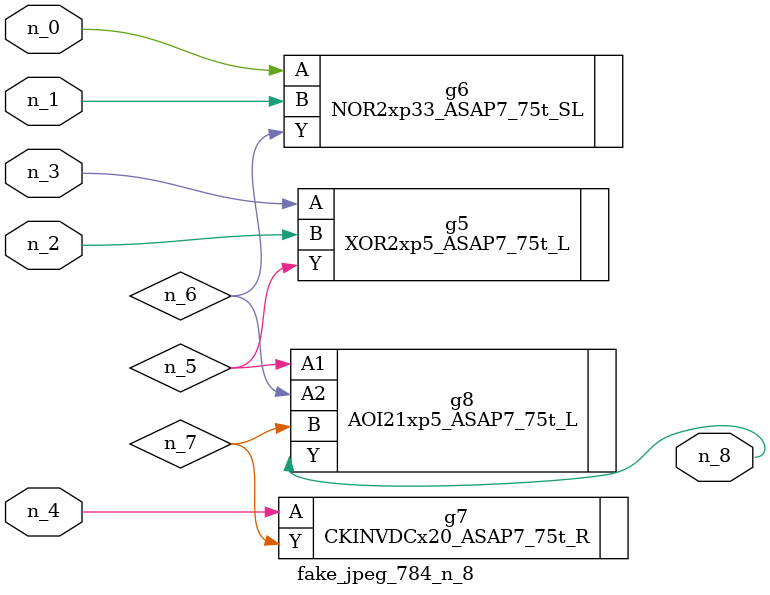
<source format=v>
module fake_jpeg_784_n_8 (n_3, n_2, n_1, n_0, n_4, n_8);

input n_3;
input n_2;
input n_1;
input n_0;
input n_4;

output n_8;

wire n_6;
wire n_5;
wire n_7;

XOR2xp5_ASAP7_75t_L g5 ( 
.A(n_3),
.B(n_2),
.Y(n_5)
);

NOR2xp33_ASAP7_75t_SL g6 ( 
.A(n_0),
.B(n_1),
.Y(n_6)
);

CKINVDCx20_ASAP7_75t_R g7 ( 
.A(n_4),
.Y(n_7)
);

AOI21xp5_ASAP7_75t_L g8 ( 
.A1(n_5),
.A2(n_6),
.B(n_7),
.Y(n_8)
);


endmodule
</source>
